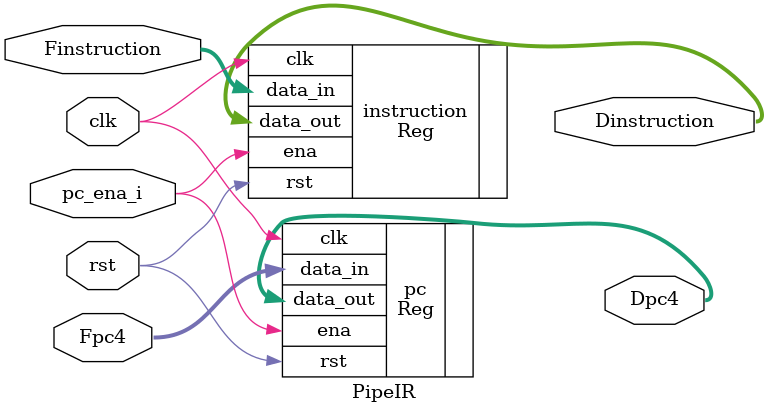
<source format=v>
`timescale 1ns / 1ps

module PipeIR(
    input clk,
    input rst,
    input [31:0] Fpc4,
    input [31:0] Finstruction,
    input pc_ena_i,
    output [31:0] Dpc4,
    output [31:0] Dinstruction
);

    Reg pc(
        .clk(clk),
        .rst(rst),
        .ena(pc_ena_i),
        .data_in(Fpc4),
        .data_out(Dpc4)
    );

    Reg instruction(
        .clk(clk),
        .rst(rst),
        .ena(pc_ena_i),
        .data_in(Finstruction),
        .data_out(Dinstruction)
    );

endmodule
</source>
